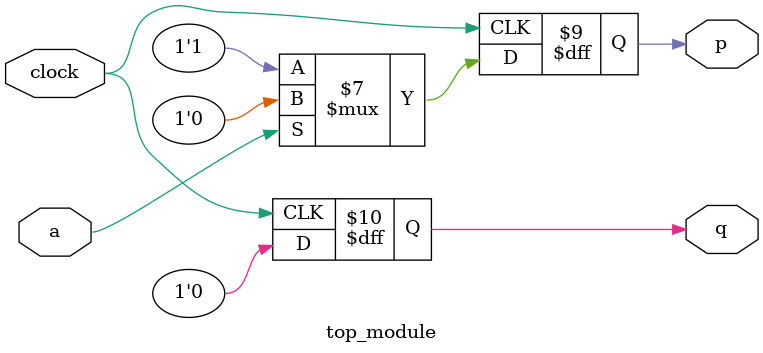
<source format=sv>
module top_module (
  input wire clock,
  input wire a,
  output reg p,
  output reg q
);

// Initialize the outputs
initial begin
  p = 1'b0;
  q = 1'b0;
end

// Sequential logic
always @(posedge clock) begin
  if (a == 1'b1) begin
    p <= 1'b0;
    q <= 1'b0;
  end else begin
    p <= 1'b1;
    q <= 1'b0;
  end
end

endmodule

</source>
